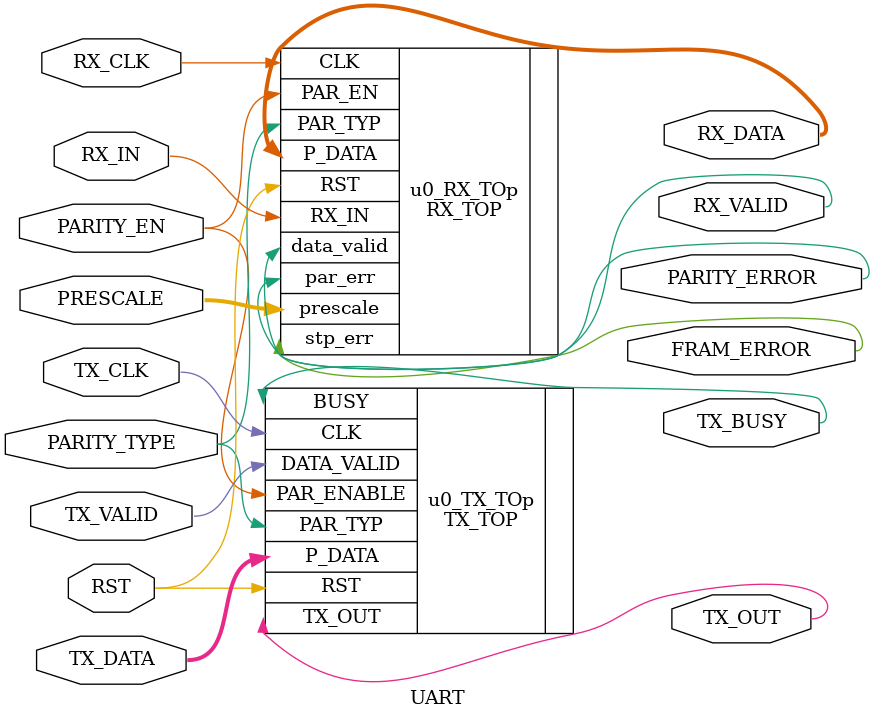
<source format=v>
module UART #(parameter DATA_WIDTH = 8)
(
input  wire                     RST,
input  wire                     TX_CLK,
input  wire                     RX_CLK,
input  wire                     RX_IN,
input  wire  [DATA_WIDTH-1:0]   TX_DATA,      //RD_DATA
input  wire                     TX_VALID,     //!F_EMPTY
input  wire  [5:0]              PRESCALE,
input  wire                     PARITY_EN,
input  wire                     PARITY_TYPE,
output wire                     TX_OUT, 
output wire                     TX_BUSY,
output wire  [DATA_WIDTH-1:0]   RX_DATA,       //input to data_sync
output wire                     RX_VALID,      //input to data_sync
output wire                     PARITY_ERROR,
output wire                     FRAM_ERROR    //stop error
);



TX_TOP #(.WIDTH(DATA_WIDTH)) u0_TX_TOp (
.CLK(TX_CLK),
.RST(RST),
.P_DATA(TX_DATA),
.DATA_VALID(TX_VALID),
.PAR_ENABLE(PARITY_EN),
.PAR_TYP(PARITY_TYPE),
.TX_OUT(TX_OUT),
.BUSY(TX_BUSY)
);

RX_TOP #(.data_width(DATA_WIDTH)) u0_RX_TOp (
.CLK(RX_CLK),
.RST(RST),
.RX_IN(RX_IN),
.prescale(PRESCALE),
.PAR_EN(PARITY_EN),
.PAR_TYP(PARITY_TYPE),
.P_DATA(RX_DATA),
.data_valid(RX_VALID),
.par_err(PARITY_ERROR),
.stp_err(FRAM_ERROR)
);

endmodule

</source>
